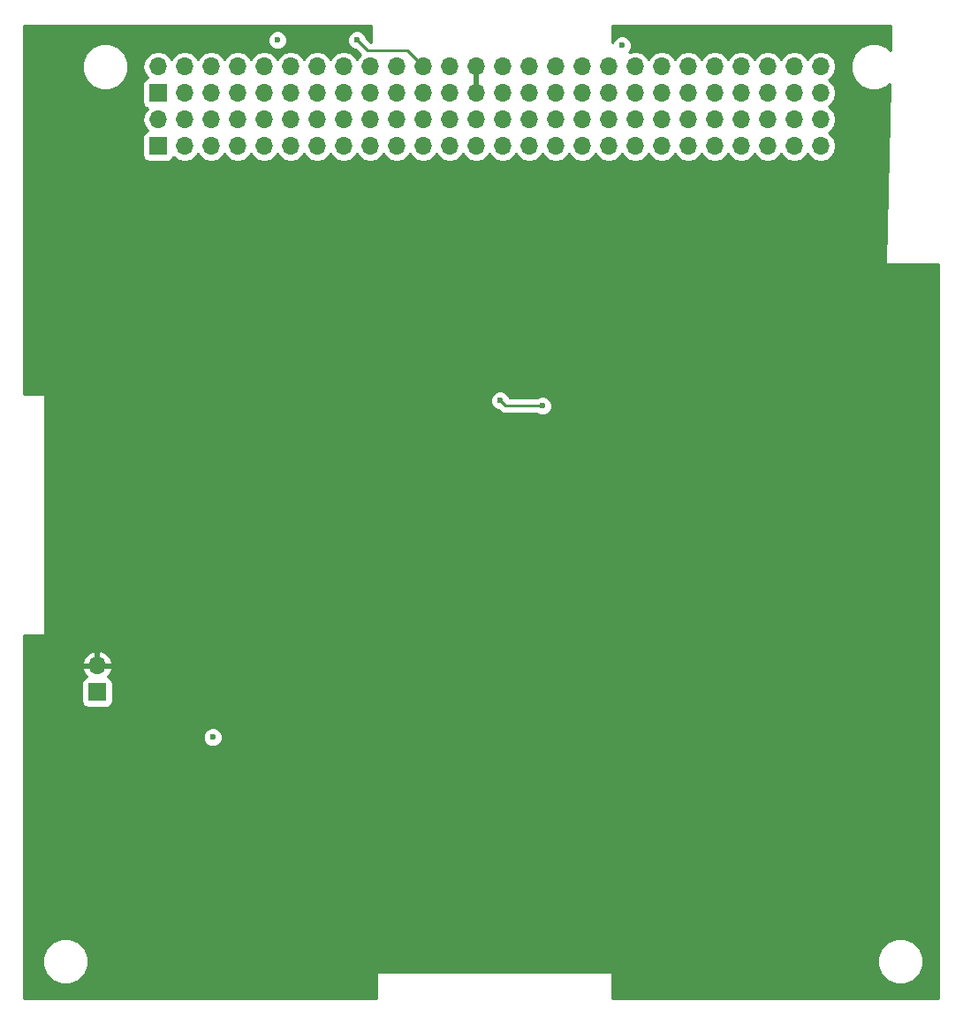
<source format=gbr>
G04 #@! TF.FileFunction,Copper,L2,Bot,Signal*
%FSLAX46Y46*%
G04 Gerber Fmt 4.6, Leading zero omitted, Abs format (unit mm)*
G04 Created by KiCad (PCBNEW 4.0.7) date Sun Jul  1 21:42:18 2018*
%MOMM*%
%LPD*%
G01*
G04 APERTURE LIST*
%ADD10C,0.100000*%
%ADD11R,1.700000X1.700000*%
%ADD12O,1.700000X1.700000*%
%ADD13C,0.600000*%
%ADD14C,0.250000*%
%ADD15C,0.254000*%
G04 APERTURE END LIST*
D10*
D11*
X118110000Y-60960000D03*
D12*
X118110000Y-58420000D03*
X120650000Y-60960000D03*
X120650000Y-58420000D03*
X123190000Y-60960000D03*
X123190000Y-58420000D03*
X125730000Y-60960000D03*
X125730000Y-58420000D03*
X128270000Y-60960000D03*
X128270000Y-58420000D03*
X130810000Y-60960000D03*
X130810000Y-58420000D03*
X133350000Y-60960000D03*
X133350000Y-58420000D03*
X135890000Y-60960000D03*
X135890000Y-58420000D03*
X138430000Y-60960000D03*
X138430000Y-58420000D03*
X140970000Y-60960000D03*
X140970000Y-58420000D03*
X143510000Y-60960000D03*
X143510000Y-58420000D03*
X146050000Y-60960000D03*
X146050000Y-58420000D03*
X148590000Y-60960000D03*
X148590000Y-58420000D03*
X151130000Y-60960000D03*
X151130000Y-58420000D03*
X153670000Y-60960000D03*
X153670000Y-58420000D03*
X156210000Y-60960000D03*
X156210000Y-58420000D03*
X158750000Y-60960000D03*
X158750000Y-58420000D03*
X161290000Y-60960000D03*
X161290000Y-58420000D03*
X163830000Y-60960000D03*
X163830000Y-58420000D03*
X166370000Y-60960000D03*
X166370000Y-58420000D03*
X168910000Y-60960000D03*
X168910000Y-58420000D03*
X171450000Y-60960000D03*
X171450000Y-58420000D03*
X173990000Y-60960000D03*
X173990000Y-58420000D03*
X176530000Y-60960000D03*
X176530000Y-58420000D03*
X179070000Y-60960000D03*
X179070000Y-58420000D03*
X181610000Y-60960000D03*
X181610000Y-58420000D03*
D11*
X118110000Y-55879995D03*
D12*
X118110000Y-53339995D03*
X120650000Y-55879995D03*
X120650000Y-53339995D03*
X123190000Y-55879995D03*
X123190000Y-53339995D03*
X125730000Y-55879995D03*
X125730000Y-53339995D03*
X128270000Y-55879995D03*
X128270000Y-53339995D03*
X130810000Y-55879995D03*
X130810000Y-53339995D03*
X133350000Y-55879995D03*
X133350000Y-53339995D03*
X135890000Y-55879995D03*
X135890000Y-53339995D03*
X138430000Y-55879995D03*
X138430000Y-53339995D03*
X140970000Y-55879995D03*
X140970000Y-53339995D03*
X143510000Y-55879995D03*
X143510000Y-53339995D03*
X146050000Y-55879995D03*
X146050000Y-53339995D03*
X148590000Y-55879995D03*
X148590000Y-53339995D03*
X151130000Y-55879995D03*
X151130000Y-53339995D03*
X153670000Y-55879995D03*
X153670000Y-53339995D03*
X156210000Y-55879995D03*
X156210000Y-53339995D03*
X158750000Y-55879995D03*
X158750000Y-53339995D03*
X161290000Y-55879995D03*
X161290000Y-53339995D03*
X163830000Y-55879995D03*
X163830000Y-53339995D03*
X166370000Y-55879995D03*
X166370000Y-53339995D03*
X168910000Y-55879995D03*
X168910000Y-53339995D03*
X171450000Y-55879995D03*
X171450000Y-53339995D03*
X173990000Y-55879995D03*
X173990000Y-53339995D03*
X176530000Y-55879995D03*
X176530000Y-53339995D03*
X179070000Y-55879995D03*
X179070000Y-53339995D03*
X181610000Y-55879995D03*
X181610000Y-53339995D03*
D11*
X112268000Y-113284000D03*
D12*
X112268000Y-110744000D03*
D13*
X148894800Y-63703200D03*
X151485600Y-88341200D03*
X123342400Y-117602000D03*
X129540000Y-50800000D03*
X137160000Y-50800000D03*
X162560000Y-51308000D03*
X154940000Y-85852000D03*
X150876000Y-85344000D03*
D14*
X143510000Y-53339995D02*
X141986005Y-51816000D01*
X138176000Y-51816000D02*
X137160000Y-50800000D01*
X141986005Y-51816000D02*
X138176000Y-51816000D01*
X151384000Y-85852000D02*
X154940000Y-85852000D01*
X150876000Y-85344000D02*
X151384000Y-85852000D01*
D15*
G36*
X138557000Y-51056000D02*
X138490802Y-51056000D01*
X138095122Y-50660320D01*
X138095162Y-50614833D01*
X137953117Y-50271057D01*
X137690327Y-50007808D01*
X137346799Y-49865162D01*
X136974833Y-49864838D01*
X136631057Y-50006883D01*
X136367808Y-50269673D01*
X136225162Y-50613201D01*
X136224838Y-50985167D01*
X136366883Y-51328943D01*
X136629673Y-51592192D01*
X136973201Y-51734838D01*
X137020077Y-51734879D01*
X137479516Y-52194318D01*
X137379946Y-52260848D01*
X137160000Y-52590021D01*
X136940054Y-52260848D01*
X136458285Y-51938941D01*
X135890000Y-51825902D01*
X135321715Y-51938941D01*
X134839946Y-52260848D01*
X134620000Y-52590021D01*
X134400054Y-52260848D01*
X133918285Y-51938941D01*
X133350000Y-51825902D01*
X132781715Y-51938941D01*
X132299946Y-52260848D01*
X132080000Y-52590021D01*
X131860054Y-52260848D01*
X131378285Y-51938941D01*
X130810000Y-51825902D01*
X130241715Y-51938941D01*
X129759946Y-52260848D01*
X129540000Y-52590021D01*
X129320054Y-52260848D01*
X128838285Y-51938941D01*
X128270000Y-51825902D01*
X127701715Y-51938941D01*
X127219946Y-52260848D01*
X127000000Y-52590021D01*
X126780054Y-52260848D01*
X126298285Y-51938941D01*
X125730000Y-51825902D01*
X125161715Y-51938941D01*
X124679946Y-52260848D01*
X124460000Y-52590021D01*
X124240054Y-52260848D01*
X123758285Y-51938941D01*
X123190000Y-51825902D01*
X122621715Y-51938941D01*
X122139946Y-52260848D01*
X121920000Y-52590021D01*
X121700054Y-52260848D01*
X121218285Y-51938941D01*
X120650000Y-51825902D01*
X120081715Y-51938941D01*
X119599946Y-52260848D01*
X119380000Y-52590021D01*
X119160054Y-52260848D01*
X118678285Y-51938941D01*
X118110000Y-51825902D01*
X117541715Y-51938941D01*
X117059946Y-52260848D01*
X116738039Y-52742617D01*
X116625000Y-53310902D01*
X116625000Y-53369088D01*
X116738039Y-53937373D01*
X117059946Y-54419142D01*
X117061179Y-54419966D01*
X117024683Y-54426833D01*
X116808559Y-54565905D01*
X116663569Y-54778105D01*
X116612560Y-55029995D01*
X116612560Y-56729995D01*
X116656838Y-56965312D01*
X116795910Y-57181436D01*
X117008110Y-57326426D01*
X117064460Y-57337837D01*
X117059946Y-57340853D01*
X116738039Y-57822622D01*
X116625000Y-58390907D01*
X116625000Y-58449093D01*
X116738039Y-59017378D01*
X117059946Y-59499147D01*
X117061179Y-59499971D01*
X117024683Y-59506838D01*
X116808559Y-59645910D01*
X116663569Y-59858110D01*
X116612560Y-60110000D01*
X116612560Y-61810000D01*
X116656838Y-62045317D01*
X116795910Y-62261441D01*
X117008110Y-62406431D01*
X117260000Y-62457440D01*
X118960000Y-62457440D01*
X119195317Y-62413162D01*
X119411441Y-62274090D01*
X119556431Y-62061890D01*
X119570086Y-61994459D01*
X119599946Y-62039147D01*
X120081715Y-62361054D01*
X120650000Y-62474093D01*
X121218285Y-62361054D01*
X121700054Y-62039147D01*
X121920000Y-61709974D01*
X122139946Y-62039147D01*
X122621715Y-62361054D01*
X123190000Y-62474093D01*
X123758285Y-62361054D01*
X124240054Y-62039147D01*
X124460000Y-61709974D01*
X124679946Y-62039147D01*
X125161715Y-62361054D01*
X125730000Y-62474093D01*
X126298285Y-62361054D01*
X126780054Y-62039147D01*
X127000000Y-61709974D01*
X127219946Y-62039147D01*
X127701715Y-62361054D01*
X128270000Y-62474093D01*
X128838285Y-62361054D01*
X129320054Y-62039147D01*
X129540000Y-61709974D01*
X129759946Y-62039147D01*
X130241715Y-62361054D01*
X130810000Y-62474093D01*
X131378285Y-62361054D01*
X131860054Y-62039147D01*
X132080000Y-61709974D01*
X132299946Y-62039147D01*
X132781715Y-62361054D01*
X133350000Y-62474093D01*
X133918285Y-62361054D01*
X134400054Y-62039147D01*
X134620000Y-61709974D01*
X134839946Y-62039147D01*
X135321715Y-62361054D01*
X135890000Y-62474093D01*
X136458285Y-62361054D01*
X136940054Y-62039147D01*
X137160000Y-61709974D01*
X137379946Y-62039147D01*
X137861715Y-62361054D01*
X138430000Y-62474093D01*
X138998285Y-62361054D01*
X139480054Y-62039147D01*
X139700000Y-61709974D01*
X139919946Y-62039147D01*
X140401715Y-62361054D01*
X140970000Y-62474093D01*
X141538285Y-62361054D01*
X142020054Y-62039147D01*
X142240000Y-61709974D01*
X142459946Y-62039147D01*
X142941715Y-62361054D01*
X143510000Y-62474093D01*
X144078285Y-62361054D01*
X144560054Y-62039147D01*
X144780000Y-61709974D01*
X144999946Y-62039147D01*
X145481715Y-62361054D01*
X146050000Y-62474093D01*
X146618285Y-62361054D01*
X147100054Y-62039147D01*
X147320000Y-61709974D01*
X147539946Y-62039147D01*
X148021715Y-62361054D01*
X148590000Y-62474093D01*
X149158285Y-62361054D01*
X149640054Y-62039147D01*
X149860000Y-61709974D01*
X150079946Y-62039147D01*
X150561715Y-62361054D01*
X151130000Y-62474093D01*
X151698285Y-62361054D01*
X152180054Y-62039147D01*
X152400000Y-61709974D01*
X152619946Y-62039147D01*
X153101715Y-62361054D01*
X153670000Y-62474093D01*
X154238285Y-62361054D01*
X154720054Y-62039147D01*
X154940000Y-61709974D01*
X155159946Y-62039147D01*
X155641715Y-62361054D01*
X156210000Y-62474093D01*
X156778285Y-62361054D01*
X157260054Y-62039147D01*
X157480000Y-61709974D01*
X157699946Y-62039147D01*
X158181715Y-62361054D01*
X158750000Y-62474093D01*
X159318285Y-62361054D01*
X159800054Y-62039147D01*
X160020000Y-61709974D01*
X160239946Y-62039147D01*
X160721715Y-62361054D01*
X161290000Y-62474093D01*
X161858285Y-62361054D01*
X162340054Y-62039147D01*
X162560000Y-61709974D01*
X162779946Y-62039147D01*
X163261715Y-62361054D01*
X163830000Y-62474093D01*
X164398285Y-62361054D01*
X164880054Y-62039147D01*
X165100000Y-61709974D01*
X165319946Y-62039147D01*
X165801715Y-62361054D01*
X166370000Y-62474093D01*
X166938285Y-62361054D01*
X167420054Y-62039147D01*
X167640000Y-61709974D01*
X167859946Y-62039147D01*
X168341715Y-62361054D01*
X168910000Y-62474093D01*
X169478285Y-62361054D01*
X169960054Y-62039147D01*
X170180000Y-61709974D01*
X170399946Y-62039147D01*
X170881715Y-62361054D01*
X171450000Y-62474093D01*
X172018285Y-62361054D01*
X172500054Y-62039147D01*
X172720000Y-61709974D01*
X172939946Y-62039147D01*
X173421715Y-62361054D01*
X173990000Y-62474093D01*
X174558285Y-62361054D01*
X175040054Y-62039147D01*
X175260000Y-61709974D01*
X175479946Y-62039147D01*
X175961715Y-62361054D01*
X176530000Y-62474093D01*
X177098285Y-62361054D01*
X177580054Y-62039147D01*
X177800000Y-61709974D01*
X178019946Y-62039147D01*
X178501715Y-62361054D01*
X179070000Y-62474093D01*
X179638285Y-62361054D01*
X180120054Y-62039147D01*
X180340000Y-61709974D01*
X180559946Y-62039147D01*
X181041715Y-62361054D01*
X181610000Y-62474093D01*
X182178285Y-62361054D01*
X182660054Y-62039147D01*
X182981961Y-61557378D01*
X183095000Y-60989093D01*
X183095000Y-60930907D01*
X182981961Y-60362622D01*
X182660054Y-59880853D01*
X182374422Y-59690000D01*
X182660054Y-59499147D01*
X182981961Y-59017378D01*
X183095000Y-58449093D01*
X183095000Y-58390907D01*
X182981961Y-57822622D01*
X182660054Y-57340853D01*
X182374418Y-57149997D01*
X182660054Y-56959142D01*
X182981961Y-56477373D01*
X183095000Y-55909088D01*
X183095000Y-55850902D01*
X182981961Y-55282617D01*
X182660054Y-54800848D01*
X182374422Y-54609995D01*
X182660054Y-54419142D01*
X182981961Y-53937373D01*
X183095000Y-53369088D01*
X183095000Y-53310902D01*
X182981961Y-52742617D01*
X182660054Y-52260848D01*
X182178285Y-51938941D01*
X181610000Y-51825902D01*
X181041715Y-51938941D01*
X180559946Y-52260848D01*
X180340000Y-52590021D01*
X180120054Y-52260848D01*
X179638285Y-51938941D01*
X179070000Y-51825902D01*
X178501715Y-51938941D01*
X178019946Y-52260848D01*
X177800000Y-52590021D01*
X177580054Y-52260848D01*
X177098285Y-51938941D01*
X176530000Y-51825902D01*
X175961715Y-51938941D01*
X175479946Y-52260848D01*
X175260000Y-52590021D01*
X175040054Y-52260848D01*
X174558285Y-51938941D01*
X173990000Y-51825902D01*
X173421715Y-51938941D01*
X172939946Y-52260848D01*
X172720000Y-52590021D01*
X172500054Y-52260848D01*
X172018285Y-51938941D01*
X171450000Y-51825902D01*
X170881715Y-51938941D01*
X170399946Y-52260848D01*
X170180000Y-52590021D01*
X169960054Y-52260848D01*
X169478285Y-51938941D01*
X168910000Y-51825902D01*
X168341715Y-51938941D01*
X167859946Y-52260848D01*
X167640000Y-52590021D01*
X167420054Y-52260848D01*
X166938285Y-51938941D01*
X166370000Y-51825902D01*
X165801715Y-51938941D01*
X165319946Y-52260848D01*
X165100000Y-52590021D01*
X164880054Y-52260848D01*
X164398285Y-51938941D01*
X163830000Y-51825902D01*
X163261715Y-51938941D01*
X163230526Y-51959781D01*
X163352192Y-51838327D01*
X163494838Y-51494799D01*
X163495162Y-51122833D01*
X163353117Y-50779057D01*
X163090327Y-50515808D01*
X162746799Y-50373162D01*
X162374833Y-50372838D01*
X162031057Y-50514883D01*
X161767808Y-50777673D01*
X161671000Y-51010811D01*
X161671000Y-49403000D01*
X188338146Y-49403000D01*
X188285442Y-51774699D01*
X187957679Y-51446364D01*
X187136519Y-51105389D01*
X186247381Y-51104613D01*
X185425628Y-51444155D01*
X184796364Y-52072321D01*
X184455389Y-52893481D01*
X184454613Y-53782619D01*
X184794155Y-54604372D01*
X185422321Y-55233636D01*
X186243481Y-55574611D01*
X187132619Y-55575387D01*
X187954372Y-55235845D01*
X188214293Y-54976377D01*
X187833031Y-72133178D01*
X187841937Y-72182799D01*
X187869446Y-72225045D01*
X187911224Y-72253260D01*
X187960000Y-72263000D01*
X192913000Y-72263000D01*
X192913000Y-142621000D01*
X161671000Y-142621000D01*
X161671000Y-140208000D01*
X161660994Y-140158590D01*
X161632553Y-140116965D01*
X161590159Y-140089685D01*
X161544000Y-140081000D01*
X139192000Y-140081000D01*
X139142590Y-140091006D01*
X139100965Y-140119447D01*
X139073685Y-140161841D01*
X139065000Y-140208000D01*
X139065000Y-142621000D01*
X105283000Y-142621000D01*
X105283000Y-139512619D01*
X106984613Y-139512619D01*
X107324155Y-140334372D01*
X107952321Y-140963636D01*
X108773481Y-141304611D01*
X109662619Y-141305387D01*
X110484372Y-140965845D01*
X111113636Y-140337679D01*
X111454611Y-139516519D01*
X111454614Y-139512619D01*
X186994613Y-139512619D01*
X187334155Y-140334372D01*
X187962321Y-140963636D01*
X188783481Y-141304611D01*
X189672619Y-141305387D01*
X190494372Y-140965845D01*
X191123636Y-140337679D01*
X191464611Y-139516519D01*
X191465387Y-138627381D01*
X191125845Y-137805628D01*
X190497679Y-137176364D01*
X189676519Y-136835389D01*
X188787381Y-136834613D01*
X187965628Y-137174155D01*
X187336364Y-137802321D01*
X186995389Y-138623481D01*
X186994613Y-139512619D01*
X111454614Y-139512619D01*
X111455387Y-138627381D01*
X111115845Y-137805628D01*
X110487679Y-137176364D01*
X109666519Y-136835389D01*
X108777381Y-136834613D01*
X107955628Y-137174155D01*
X107326364Y-137802321D01*
X106985389Y-138623481D01*
X106984613Y-139512619D01*
X105283000Y-139512619D01*
X105283000Y-117787167D01*
X122407238Y-117787167D01*
X122549283Y-118130943D01*
X122812073Y-118394192D01*
X123155601Y-118536838D01*
X123527567Y-118537162D01*
X123871343Y-118395117D01*
X124134592Y-118132327D01*
X124277238Y-117788799D01*
X124277562Y-117416833D01*
X124135517Y-117073057D01*
X123872727Y-116809808D01*
X123529199Y-116667162D01*
X123157233Y-116666838D01*
X122813457Y-116808883D01*
X122550208Y-117071673D01*
X122407562Y-117415201D01*
X122407238Y-117787167D01*
X105283000Y-117787167D01*
X105283000Y-112434000D01*
X110770560Y-112434000D01*
X110770560Y-114134000D01*
X110814838Y-114369317D01*
X110953910Y-114585441D01*
X111166110Y-114730431D01*
X111418000Y-114781440D01*
X113118000Y-114781440D01*
X113353317Y-114737162D01*
X113569441Y-114598090D01*
X113714431Y-114385890D01*
X113765440Y-114134000D01*
X113765440Y-112434000D01*
X113721162Y-112198683D01*
X113582090Y-111982559D01*
X113369890Y-111837569D01*
X113261893Y-111815699D01*
X113539645Y-111510924D01*
X113709476Y-111100890D01*
X113588155Y-110871000D01*
X112395000Y-110871000D01*
X112395000Y-110891000D01*
X112141000Y-110891000D01*
X112141000Y-110871000D01*
X110947845Y-110871000D01*
X110826524Y-111100890D01*
X110996355Y-111510924D01*
X111272501Y-111813937D01*
X111182683Y-111830838D01*
X110966559Y-111969910D01*
X110821569Y-112182110D01*
X110770560Y-112434000D01*
X105283000Y-112434000D01*
X105283000Y-110387110D01*
X110826524Y-110387110D01*
X110947845Y-110617000D01*
X112141000Y-110617000D01*
X112141000Y-109423181D01*
X112395000Y-109423181D01*
X112395000Y-110617000D01*
X113588155Y-110617000D01*
X113709476Y-110387110D01*
X113539645Y-109977076D01*
X113149358Y-109548817D01*
X112624892Y-109302514D01*
X112395000Y-109423181D01*
X112141000Y-109423181D01*
X111911108Y-109302514D01*
X111386642Y-109548817D01*
X110996355Y-109977076D01*
X110826524Y-110387110D01*
X105283000Y-110387110D01*
X105283000Y-107823000D01*
X107188000Y-107823000D01*
X107237410Y-107812994D01*
X107279035Y-107784553D01*
X107306315Y-107742159D01*
X107315000Y-107696000D01*
X107315000Y-85529167D01*
X149940838Y-85529167D01*
X150082883Y-85872943D01*
X150345673Y-86136192D01*
X150689201Y-86278838D01*
X150736077Y-86278879D01*
X150846599Y-86389401D01*
X151093161Y-86554148D01*
X151384000Y-86612000D01*
X154377537Y-86612000D01*
X154409673Y-86644192D01*
X154753201Y-86786838D01*
X155125167Y-86787162D01*
X155468943Y-86645117D01*
X155732192Y-86382327D01*
X155874838Y-86038799D01*
X155875162Y-85666833D01*
X155733117Y-85323057D01*
X155470327Y-85059808D01*
X155126799Y-84917162D01*
X154754833Y-84916838D01*
X154411057Y-85058883D01*
X154377882Y-85092000D01*
X151783547Y-85092000D01*
X151669117Y-84815057D01*
X151406327Y-84551808D01*
X151062799Y-84409162D01*
X150690833Y-84408838D01*
X150347057Y-84550883D01*
X150083808Y-84813673D01*
X149941162Y-85157201D01*
X149940838Y-85529167D01*
X107315000Y-85529167D01*
X107315000Y-84836000D01*
X107304994Y-84786590D01*
X107276553Y-84744965D01*
X107234159Y-84717685D01*
X107188000Y-84709000D01*
X105283000Y-84709000D01*
X105283000Y-53782619D01*
X110794613Y-53782619D01*
X111134155Y-54604372D01*
X111762321Y-55233636D01*
X112583481Y-55574611D01*
X113472619Y-55575387D01*
X114294372Y-55235845D01*
X114923636Y-54607679D01*
X115264611Y-53786519D01*
X115265387Y-52897381D01*
X114925845Y-52075628D01*
X114297679Y-51446364D01*
X113476519Y-51105389D01*
X112587381Y-51104613D01*
X111765628Y-51444155D01*
X111136364Y-52072321D01*
X110795389Y-52893481D01*
X110794613Y-53782619D01*
X105283000Y-53782619D01*
X105283000Y-50985167D01*
X128604838Y-50985167D01*
X128746883Y-51328943D01*
X129009673Y-51592192D01*
X129353201Y-51734838D01*
X129725167Y-51735162D01*
X130068943Y-51593117D01*
X130332192Y-51330327D01*
X130474838Y-50986799D01*
X130475162Y-50614833D01*
X130333117Y-50271057D01*
X130070327Y-50007808D01*
X129726799Y-49865162D01*
X129354833Y-49864838D01*
X129011057Y-50006883D01*
X128747808Y-50269673D01*
X128605162Y-50613201D01*
X128604838Y-50985167D01*
X105283000Y-50985167D01*
X105283000Y-49403000D01*
X138557000Y-49403000D01*
X138557000Y-51056000D01*
X138557000Y-51056000D01*
G37*
X138557000Y-51056000D02*
X138490802Y-51056000D01*
X138095122Y-50660320D01*
X138095162Y-50614833D01*
X137953117Y-50271057D01*
X137690327Y-50007808D01*
X137346799Y-49865162D01*
X136974833Y-49864838D01*
X136631057Y-50006883D01*
X136367808Y-50269673D01*
X136225162Y-50613201D01*
X136224838Y-50985167D01*
X136366883Y-51328943D01*
X136629673Y-51592192D01*
X136973201Y-51734838D01*
X137020077Y-51734879D01*
X137479516Y-52194318D01*
X137379946Y-52260848D01*
X137160000Y-52590021D01*
X136940054Y-52260848D01*
X136458285Y-51938941D01*
X135890000Y-51825902D01*
X135321715Y-51938941D01*
X134839946Y-52260848D01*
X134620000Y-52590021D01*
X134400054Y-52260848D01*
X133918285Y-51938941D01*
X133350000Y-51825902D01*
X132781715Y-51938941D01*
X132299946Y-52260848D01*
X132080000Y-52590021D01*
X131860054Y-52260848D01*
X131378285Y-51938941D01*
X130810000Y-51825902D01*
X130241715Y-51938941D01*
X129759946Y-52260848D01*
X129540000Y-52590021D01*
X129320054Y-52260848D01*
X128838285Y-51938941D01*
X128270000Y-51825902D01*
X127701715Y-51938941D01*
X127219946Y-52260848D01*
X127000000Y-52590021D01*
X126780054Y-52260848D01*
X126298285Y-51938941D01*
X125730000Y-51825902D01*
X125161715Y-51938941D01*
X124679946Y-52260848D01*
X124460000Y-52590021D01*
X124240054Y-52260848D01*
X123758285Y-51938941D01*
X123190000Y-51825902D01*
X122621715Y-51938941D01*
X122139946Y-52260848D01*
X121920000Y-52590021D01*
X121700054Y-52260848D01*
X121218285Y-51938941D01*
X120650000Y-51825902D01*
X120081715Y-51938941D01*
X119599946Y-52260848D01*
X119380000Y-52590021D01*
X119160054Y-52260848D01*
X118678285Y-51938941D01*
X118110000Y-51825902D01*
X117541715Y-51938941D01*
X117059946Y-52260848D01*
X116738039Y-52742617D01*
X116625000Y-53310902D01*
X116625000Y-53369088D01*
X116738039Y-53937373D01*
X117059946Y-54419142D01*
X117061179Y-54419966D01*
X117024683Y-54426833D01*
X116808559Y-54565905D01*
X116663569Y-54778105D01*
X116612560Y-55029995D01*
X116612560Y-56729995D01*
X116656838Y-56965312D01*
X116795910Y-57181436D01*
X117008110Y-57326426D01*
X117064460Y-57337837D01*
X117059946Y-57340853D01*
X116738039Y-57822622D01*
X116625000Y-58390907D01*
X116625000Y-58449093D01*
X116738039Y-59017378D01*
X117059946Y-59499147D01*
X117061179Y-59499971D01*
X117024683Y-59506838D01*
X116808559Y-59645910D01*
X116663569Y-59858110D01*
X116612560Y-60110000D01*
X116612560Y-61810000D01*
X116656838Y-62045317D01*
X116795910Y-62261441D01*
X117008110Y-62406431D01*
X117260000Y-62457440D01*
X118960000Y-62457440D01*
X119195317Y-62413162D01*
X119411441Y-62274090D01*
X119556431Y-62061890D01*
X119570086Y-61994459D01*
X119599946Y-62039147D01*
X120081715Y-62361054D01*
X120650000Y-62474093D01*
X121218285Y-62361054D01*
X121700054Y-62039147D01*
X121920000Y-61709974D01*
X122139946Y-62039147D01*
X122621715Y-62361054D01*
X123190000Y-62474093D01*
X123758285Y-62361054D01*
X124240054Y-62039147D01*
X124460000Y-61709974D01*
X124679946Y-62039147D01*
X125161715Y-62361054D01*
X125730000Y-62474093D01*
X126298285Y-62361054D01*
X126780054Y-62039147D01*
X127000000Y-61709974D01*
X127219946Y-62039147D01*
X127701715Y-62361054D01*
X128270000Y-62474093D01*
X128838285Y-62361054D01*
X129320054Y-62039147D01*
X129540000Y-61709974D01*
X129759946Y-62039147D01*
X130241715Y-62361054D01*
X130810000Y-62474093D01*
X131378285Y-62361054D01*
X131860054Y-62039147D01*
X132080000Y-61709974D01*
X132299946Y-62039147D01*
X132781715Y-62361054D01*
X133350000Y-62474093D01*
X133918285Y-62361054D01*
X134400054Y-62039147D01*
X134620000Y-61709974D01*
X134839946Y-62039147D01*
X135321715Y-62361054D01*
X135890000Y-62474093D01*
X136458285Y-62361054D01*
X136940054Y-62039147D01*
X137160000Y-61709974D01*
X137379946Y-62039147D01*
X137861715Y-62361054D01*
X138430000Y-62474093D01*
X138998285Y-62361054D01*
X139480054Y-62039147D01*
X139700000Y-61709974D01*
X139919946Y-62039147D01*
X140401715Y-62361054D01*
X140970000Y-62474093D01*
X141538285Y-62361054D01*
X142020054Y-62039147D01*
X142240000Y-61709974D01*
X142459946Y-62039147D01*
X142941715Y-62361054D01*
X143510000Y-62474093D01*
X144078285Y-62361054D01*
X144560054Y-62039147D01*
X144780000Y-61709974D01*
X144999946Y-62039147D01*
X145481715Y-62361054D01*
X146050000Y-62474093D01*
X146618285Y-62361054D01*
X147100054Y-62039147D01*
X147320000Y-61709974D01*
X147539946Y-62039147D01*
X148021715Y-62361054D01*
X148590000Y-62474093D01*
X149158285Y-62361054D01*
X149640054Y-62039147D01*
X149860000Y-61709974D01*
X150079946Y-62039147D01*
X150561715Y-62361054D01*
X151130000Y-62474093D01*
X151698285Y-62361054D01*
X152180054Y-62039147D01*
X152400000Y-61709974D01*
X152619946Y-62039147D01*
X153101715Y-62361054D01*
X153670000Y-62474093D01*
X154238285Y-62361054D01*
X154720054Y-62039147D01*
X154940000Y-61709974D01*
X155159946Y-62039147D01*
X155641715Y-62361054D01*
X156210000Y-62474093D01*
X156778285Y-62361054D01*
X157260054Y-62039147D01*
X157480000Y-61709974D01*
X157699946Y-62039147D01*
X158181715Y-62361054D01*
X158750000Y-62474093D01*
X159318285Y-62361054D01*
X159800054Y-62039147D01*
X160020000Y-61709974D01*
X160239946Y-62039147D01*
X160721715Y-62361054D01*
X161290000Y-62474093D01*
X161858285Y-62361054D01*
X162340054Y-62039147D01*
X162560000Y-61709974D01*
X162779946Y-62039147D01*
X163261715Y-62361054D01*
X163830000Y-62474093D01*
X164398285Y-62361054D01*
X164880054Y-62039147D01*
X165100000Y-61709974D01*
X165319946Y-62039147D01*
X165801715Y-62361054D01*
X166370000Y-62474093D01*
X166938285Y-62361054D01*
X167420054Y-62039147D01*
X167640000Y-61709974D01*
X167859946Y-62039147D01*
X168341715Y-62361054D01*
X168910000Y-62474093D01*
X169478285Y-62361054D01*
X169960054Y-62039147D01*
X170180000Y-61709974D01*
X170399946Y-62039147D01*
X170881715Y-62361054D01*
X171450000Y-62474093D01*
X172018285Y-62361054D01*
X172500054Y-62039147D01*
X172720000Y-61709974D01*
X172939946Y-62039147D01*
X173421715Y-62361054D01*
X173990000Y-62474093D01*
X174558285Y-62361054D01*
X175040054Y-62039147D01*
X175260000Y-61709974D01*
X175479946Y-62039147D01*
X175961715Y-62361054D01*
X176530000Y-62474093D01*
X177098285Y-62361054D01*
X177580054Y-62039147D01*
X177800000Y-61709974D01*
X178019946Y-62039147D01*
X178501715Y-62361054D01*
X179070000Y-62474093D01*
X179638285Y-62361054D01*
X180120054Y-62039147D01*
X180340000Y-61709974D01*
X180559946Y-62039147D01*
X181041715Y-62361054D01*
X181610000Y-62474093D01*
X182178285Y-62361054D01*
X182660054Y-62039147D01*
X182981961Y-61557378D01*
X183095000Y-60989093D01*
X183095000Y-60930907D01*
X182981961Y-60362622D01*
X182660054Y-59880853D01*
X182374422Y-59690000D01*
X182660054Y-59499147D01*
X182981961Y-59017378D01*
X183095000Y-58449093D01*
X183095000Y-58390907D01*
X182981961Y-57822622D01*
X182660054Y-57340853D01*
X182374418Y-57149997D01*
X182660054Y-56959142D01*
X182981961Y-56477373D01*
X183095000Y-55909088D01*
X183095000Y-55850902D01*
X182981961Y-55282617D01*
X182660054Y-54800848D01*
X182374422Y-54609995D01*
X182660054Y-54419142D01*
X182981961Y-53937373D01*
X183095000Y-53369088D01*
X183095000Y-53310902D01*
X182981961Y-52742617D01*
X182660054Y-52260848D01*
X182178285Y-51938941D01*
X181610000Y-51825902D01*
X181041715Y-51938941D01*
X180559946Y-52260848D01*
X180340000Y-52590021D01*
X180120054Y-52260848D01*
X179638285Y-51938941D01*
X179070000Y-51825902D01*
X178501715Y-51938941D01*
X178019946Y-52260848D01*
X177800000Y-52590021D01*
X177580054Y-52260848D01*
X177098285Y-51938941D01*
X176530000Y-51825902D01*
X175961715Y-51938941D01*
X175479946Y-52260848D01*
X175260000Y-52590021D01*
X175040054Y-52260848D01*
X174558285Y-51938941D01*
X173990000Y-51825902D01*
X173421715Y-51938941D01*
X172939946Y-52260848D01*
X172720000Y-52590021D01*
X172500054Y-52260848D01*
X172018285Y-51938941D01*
X171450000Y-51825902D01*
X170881715Y-51938941D01*
X170399946Y-52260848D01*
X170180000Y-52590021D01*
X169960054Y-52260848D01*
X169478285Y-51938941D01*
X168910000Y-51825902D01*
X168341715Y-51938941D01*
X167859946Y-52260848D01*
X167640000Y-52590021D01*
X167420054Y-52260848D01*
X166938285Y-51938941D01*
X166370000Y-51825902D01*
X165801715Y-51938941D01*
X165319946Y-52260848D01*
X165100000Y-52590021D01*
X164880054Y-52260848D01*
X164398285Y-51938941D01*
X163830000Y-51825902D01*
X163261715Y-51938941D01*
X163230526Y-51959781D01*
X163352192Y-51838327D01*
X163494838Y-51494799D01*
X163495162Y-51122833D01*
X163353117Y-50779057D01*
X163090327Y-50515808D01*
X162746799Y-50373162D01*
X162374833Y-50372838D01*
X162031057Y-50514883D01*
X161767808Y-50777673D01*
X161671000Y-51010811D01*
X161671000Y-49403000D01*
X188338146Y-49403000D01*
X188285442Y-51774699D01*
X187957679Y-51446364D01*
X187136519Y-51105389D01*
X186247381Y-51104613D01*
X185425628Y-51444155D01*
X184796364Y-52072321D01*
X184455389Y-52893481D01*
X184454613Y-53782619D01*
X184794155Y-54604372D01*
X185422321Y-55233636D01*
X186243481Y-55574611D01*
X187132619Y-55575387D01*
X187954372Y-55235845D01*
X188214293Y-54976377D01*
X187833031Y-72133178D01*
X187841937Y-72182799D01*
X187869446Y-72225045D01*
X187911224Y-72253260D01*
X187960000Y-72263000D01*
X192913000Y-72263000D01*
X192913000Y-142621000D01*
X161671000Y-142621000D01*
X161671000Y-140208000D01*
X161660994Y-140158590D01*
X161632553Y-140116965D01*
X161590159Y-140089685D01*
X161544000Y-140081000D01*
X139192000Y-140081000D01*
X139142590Y-140091006D01*
X139100965Y-140119447D01*
X139073685Y-140161841D01*
X139065000Y-140208000D01*
X139065000Y-142621000D01*
X105283000Y-142621000D01*
X105283000Y-139512619D01*
X106984613Y-139512619D01*
X107324155Y-140334372D01*
X107952321Y-140963636D01*
X108773481Y-141304611D01*
X109662619Y-141305387D01*
X110484372Y-140965845D01*
X111113636Y-140337679D01*
X111454611Y-139516519D01*
X111454614Y-139512619D01*
X186994613Y-139512619D01*
X187334155Y-140334372D01*
X187962321Y-140963636D01*
X188783481Y-141304611D01*
X189672619Y-141305387D01*
X190494372Y-140965845D01*
X191123636Y-140337679D01*
X191464611Y-139516519D01*
X191465387Y-138627381D01*
X191125845Y-137805628D01*
X190497679Y-137176364D01*
X189676519Y-136835389D01*
X188787381Y-136834613D01*
X187965628Y-137174155D01*
X187336364Y-137802321D01*
X186995389Y-138623481D01*
X186994613Y-139512619D01*
X111454614Y-139512619D01*
X111455387Y-138627381D01*
X111115845Y-137805628D01*
X110487679Y-137176364D01*
X109666519Y-136835389D01*
X108777381Y-136834613D01*
X107955628Y-137174155D01*
X107326364Y-137802321D01*
X106985389Y-138623481D01*
X106984613Y-139512619D01*
X105283000Y-139512619D01*
X105283000Y-117787167D01*
X122407238Y-117787167D01*
X122549283Y-118130943D01*
X122812073Y-118394192D01*
X123155601Y-118536838D01*
X123527567Y-118537162D01*
X123871343Y-118395117D01*
X124134592Y-118132327D01*
X124277238Y-117788799D01*
X124277562Y-117416833D01*
X124135517Y-117073057D01*
X123872727Y-116809808D01*
X123529199Y-116667162D01*
X123157233Y-116666838D01*
X122813457Y-116808883D01*
X122550208Y-117071673D01*
X122407562Y-117415201D01*
X122407238Y-117787167D01*
X105283000Y-117787167D01*
X105283000Y-112434000D01*
X110770560Y-112434000D01*
X110770560Y-114134000D01*
X110814838Y-114369317D01*
X110953910Y-114585441D01*
X111166110Y-114730431D01*
X111418000Y-114781440D01*
X113118000Y-114781440D01*
X113353317Y-114737162D01*
X113569441Y-114598090D01*
X113714431Y-114385890D01*
X113765440Y-114134000D01*
X113765440Y-112434000D01*
X113721162Y-112198683D01*
X113582090Y-111982559D01*
X113369890Y-111837569D01*
X113261893Y-111815699D01*
X113539645Y-111510924D01*
X113709476Y-111100890D01*
X113588155Y-110871000D01*
X112395000Y-110871000D01*
X112395000Y-110891000D01*
X112141000Y-110891000D01*
X112141000Y-110871000D01*
X110947845Y-110871000D01*
X110826524Y-111100890D01*
X110996355Y-111510924D01*
X111272501Y-111813937D01*
X111182683Y-111830838D01*
X110966559Y-111969910D01*
X110821569Y-112182110D01*
X110770560Y-112434000D01*
X105283000Y-112434000D01*
X105283000Y-110387110D01*
X110826524Y-110387110D01*
X110947845Y-110617000D01*
X112141000Y-110617000D01*
X112141000Y-109423181D01*
X112395000Y-109423181D01*
X112395000Y-110617000D01*
X113588155Y-110617000D01*
X113709476Y-110387110D01*
X113539645Y-109977076D01*
X113149358Y-109548817D01*
X112624892Y-109302514D01*
X112395000Y-109423181D01*
X112141000Y-109423181D01*
X111911108Y-109302514D01*
X111386642Y-109548817D01*
X110996355Y-109977076D01*
X110826524Y-110387110D01*
X105283000Y-110387110D01*
X105283000Y-107823000D01*
X107188000Y-107823000D01*
X107237410Y-107812994D01*
X107279035Y-107784553D01*
X107306315Y-107742159D01*
X107315000Y-107696000D01*
X107315000Y-85529167D01*
X149940838Y-85529167D01*
X150082883Y-85872943D01*
X150345673Y-86136192D01*
X150689201Y-86278838D01*
X150736077Y-86278879D01*
X150846599Y-86389401D01*
X151093161Y-86554148D01*
X151384000Y-86612000D01*
X154377537Y-86612000D01*
X154409673Y-86644192D01*
X154753201Y-86786838D01*
X155125167Y-86787162D01*
X155468943Y-86645117D01*
X155732192Y-86382327D01*
X155874838Y-86038799D01*
X155875162Y-85666833D01*
X155733117Y-85323057D01*
X155470327Y-85059808D01*
X155126799Y-84917162D01*
X154754833Y-84916838D01*
X154411057Y-85058883D01*
X154377882Y-85092000D01*
X151783547Y-85092000D01*
X151669117Y-84815057D01*
X151406327Y-84551808D01*
X151062799Y-84409162D01*
X150690833Y-84408838D01*
X150347057Y-84550883D01*
X150083808Y-84813673D01*
X149941162Y-85157201D01*
X149940838Y-85529167D01*
X107315000Y-85529167D01*
X107315000Y-84836000D01*
X107304994Y-84786590D01*
X107276553Y-84744965D01*
X107234159Y-84717685D01*
X107188000Y-84709000D01*
X105283000Y-84709000D01*
X105283000Y-53782619D01*
X110794613Y-53782619D01*
X111134155Y-54604372D01*
X111762321Y-55233636D01*
X112583481Y-55574611D01*
X113472619Y-55575387D01*
X114294372Y-55235845D01*
X114923636Y-54607679D01*
X115264611Y-53786519D01*
X115265387Y-52897381D01*
X114925845Y-52075628D01*
X114297679Y-51446364D01*
X113476519Y-51105389D01*
X112587381Y-51104613D01*
X111765628Y-51444155D01*
X111136364Y-52072321D01*
X110795389Y-52893481D01*
X110794613Y-53782619D01*
X105283000Y-53782619D01*
X105283000Y-50985167D01*
X128604838Y-50985167D01*
X128746883Y-51328943D01*
X129009673Y-51592192D01*
X129353201Y-51734838D01*
X129725167Y-51735162D01*
X130068943Y-51593117D01*
X130332192Y-51330327D01*
X130474838Y-50986799D01*
X130475162Y-50614833D01*
X130333117Y-50271057D01*
X130070327Y-50007808D01*
X129726799Y-49865162D01*
X129354833Y-49864838D01*
X129011057Y-50006883D01*
X128747808Y-50269673D01*
X128605162Y-50613201D01*
X128604838Y-50985167D01*
X105283000Y-50985167D01*
X105283000Y-49403000D01*
X138557000Y-49403000D01*
X138557000Y-51056000D01*
G36*
X148717000Y-53212995D02*
X148737000Y-53212995D01*
X148737000Y-53466995D01*
X148717000Y-53466995D01*
X148717000Y-55752995D01*
X148737000Y-55752995D01*
X148737000Y-56006995D01*
X148717000Y-56006995D01*
X148717000Y-56026995D01*
X148463000Y-56026995D01*
X148463000Y-56006995D01*
X148443000Y-56006995D01*
X148443000Y-55752995D01*
X148463000Y-55752995D01*
X148463000Y-53466995D01*
X148443000Y-53466995D01*
X148443000Y-53212995D01*
X148463000Y-53212995D01*
X148463000Y-53192995D01*
X148717000Y-53192995D01*
X148717000Y-53212995D01*
X148717000Y-53212995D01*
G37*
X148717000Y-53212995D02*
X148737000Y-53212995D01*
X148737000Y-53466995D01*
X148717000Y-53466995D01*
X148717000Y-55752995D01*
X148737000Y-55752995D01*
X148737000Y-56006995D01*
X148717000Y-56006995D01*
X148717000Y-56026995D01*
X148463000Y-56026995D01*
X148463000Y-56006995D01*
X148443000Y-56006995D01*
X148443000Y-55752995D01*
X148463000Y-55752995D01*
X148463000Y-53466995D01*
X148443000Y-53466995D01*
X148443000Y-53212995D01*
X148463000Y-53212995D01*
X148463000Y-53192995D01*
X148717000Y-53192995D01*
X148717000Y-53212995D01*
M02*

</source>
